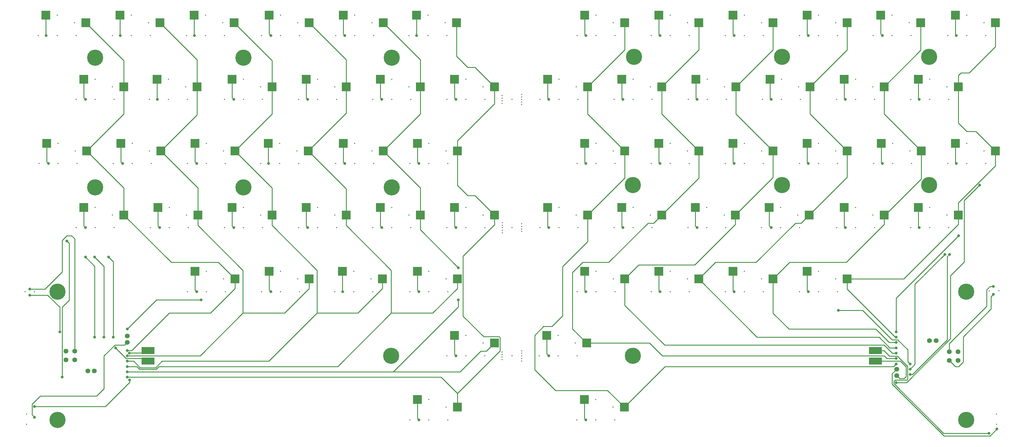
<source format=gbl>
%TF.GenerationSoftware,KiCad,Pcbnew,7.0.9*%
%TF.CreationDate,2023-12-25T02:24:28+05:30*%
%TF.ProjectId,HiveKB,48697665-4b42-42e6-9b69-6361645f7063,rev?*%
%TF.SameCoordinates,Original*%
%TF.FileFunction,Copper,L2,Bot*%
%TF.FilePolarity,Positive*%
%FSLAX46Y46*%
G04 Gerber Fmt 4.6, Leading zero omitted, Abs format (unit mm)*
G04 Created by KiCad (PCBNEW 7.0.9) date 2023-12-25 02:24:28*
%MOMM*%
%LPD*%
G01*
G04 APERTURE LIST*
%TA.AperFunction,ComponentPad*%
%ADD10C,4.700000*%
%TD*%
%TA.AperFunction,ComponentPad*%
%ADD11C,1.397000*%
%TD*%
%TA.AperFunction,SMDPad,CuDef*%
%ADD12R,2.600000X2.600000*%
%TD*%
%TA.AperFunction,SMDPad,CuDef*%
%ADD13R,3.800000X2.000000*%
%TD*%
%TA.AperFunction,ViaPad*%
%ADD14C,0.800000*%
%TD*%
%TA.AperFunction,Conductor*%
%ADD15C,0.250000*%
%TD*%
%ADD16C,0.350000*%
G04 APERTURE END LIST*
D10*
%TO.P,,1*%
%TO.N,N/C*%
X256831976Y-122578830D03*
%TD*%
%TO.P,,1*%
%TO.N,N/C*%
X342832104Y-85339710D03*
%TD*%
%TO.P,,1*%
%TO.N,N/C*%
X90031384Y-190850490D03*
%TD*%
%TO.P,,1*%
%TO.N,N/C*%
X300167978Y-85339710D03*
%TD*%
%TO.P,,1*%
%TO.N,N/C*%
X353582120Y-190850550D03*
%TD*%
%TO.P,,1*%
%TO.N,N/C*%
X186906368Y-85646263D03*
%TD*%
%TO.P,,1*%
%TO.N,N/C*%
X256831976Y-172230990D03*
%TD*%
%TO.P,,1*%
%TO.N,N/C*%
X90031384Y-153611370D03*
%TD*%
%TO.P,,1*%
%TO.N,N/C*%
X257167914Y-85339710D03*
%TD*%
%TO.P,,1*%
%TO.N,N/C*%
X143906369Y-85646266D03*
%TD*%
%TO.P,,1*%
%TO.N,N/C*%
X353582120Y-153611430D03*
%TD*%
D11*
%TO.P,U1,15,NFC+*%
%TO.N,unconnected-(U1-NFC+-Pad15)*%
X92407664Y-173431855D03*
%TO.P,U1,16,NFC-*%
%TO.N,unconnected-(U1-NFC--Pad16)*%
X92407664Y-170891855D03*
%TO.P,U1,17,PA31_SWDIO*%
%TO.N,Net-(U1-PA31_SWDIO)*%
X94947664Y-173431855D03*
%TO.P,U1,18,PA30_SWCLK*%
%TO.N,Net-(U1-PA30_SWCLK)*%
X94947664Y-170891855D03*
%TO.P,U1,19,RESET*%
%TO.N,unconnected-(U1-RESET-Pad19)*%
X100662664Y-176606855D03*
%TO.P,U1,20,GND*%
%TO.N,unconnected-(U1-GND-Pad20)*%
X98757664Y-176606855D03*
%TO.P,U1,21,BAT-*%
%TO.N,Net-(SW2-B)*%
X110187664Y-168351855D03*
%TO.P,U1,22,BAT+*%
%TO.N,Net-(BT2-+)*%
X110187664Y-166446855D03*
%TD*%
%TO.P,U2,15,NFC+*%
%TO.N,unconnected-(U2-NFC+-Pad15)*%
X351174388Y-170996925D03*
%TO.P,U2,16,NFC-*%
%TO.N,unconnected-(U2-NFC--Pad16)*%
X351174388Y-173536925D03*
%TO.P,U2,17,PA31_SWDIO*%
%TO.N,Net-(U2-PA31_SWDIO)*%
X348634388Y-170996925D03*
%TO.P,U2,18,PA30_SWCLK*%
%TO.N,Net-(U2-PA30_SWCLK)*%
X348634388Y-173536925D03*
%TO.P,U2,19,RESET*%
%TO.N,unconnected-(U2-RESET-Pad19)*%
X342919388Y-167821925D03*
%TO.P,U2,20,GND*%
%TO.N,unconnected-(U2-GND-Pad20)*%
X344824388Y-167821925D03*
%TO.P,U2,21,BAT-*%
%TO.N,Net-(SW4-B)*%
X333394388Y-176076925D03*
%TO.P,U2,22,BAT+*%
%TO.N,Net-(BT4-+)*%
X333394388Y-177981925D03*
%TD*%
D10*
%TO.P,,1*%
%TO.N,N/C*%
X100906370Y-85646263D03*
%TD*%
%TO.P,,1*%
%TO.N,N/C*%
X342832104Y-122578830D03*
%TD*%
%TO.P,,1*%
%TO.N,N/C*%
X186781528Y-172230930D03*
%TD*%
%TO.P,,1*%
%TO.N,N/C*%
X143906367Y-123273338D03*
%TD*%
%TO.P,,1*%
%TO.N,N/C*%
X186906367Y-123273339D03*
%TD*%
%TO.P,,1*%
%TO.N,N/C*%
X300167978Y-122578830D03*
%TD*%
%TO.P,,1*%
%TO.N,N/C*%
X100906369Y-123273339D03*
%TD*%
D12*
%TO.P,S23,1*%
%TO.N,COL5_L*%
X195206367Y-131291777D03*
%TO.P,S23,2*%
%TO.N,Net-(D23-A)*%
X183606367Y-129091777D03*
%TD*%
%TO.P,S54,1*%
%TO.N,COL6_R*%
X351256608Y-131291814D03*
%TO.P,S54,2*%
%TO.N,Net-(D54-A)*%
X339656608Y-129091814D03*
%TD*%
D13*
%TO.P,BT4,1,+*%
%TO.N,Net-(BT4-+)*%
X327203612Y-173782560D03*
%TD*%
D12*
%TO.P,S29,1*%
%TO.N,COL5_L*%
X216706370Y-168530875D03*
%TO.P,S29,2*%
%TO.N,Net-(D29-A)*%
X205106370Y-166330875D03*
%TD*%
%TO.P,S37,1*%
%TO.N,COL1_R*%
X243756608Y-94052718D03*
%TO.P,S37,2*%
%TO.N,Net-(D37-A)*%
X232156608Y-91852718D03*
%TD*%
%TO.P,S39,1*%
%TO.N,COL3_R*%
X286756608Y-94052718D03*
%TO.P,S39,2*%
%TO.N,Net-(D39-A)*%
X275156608Y-91852718D03*
%TD*%
%TO.P,S36,1*%
%TO.N,COL6_R*%
X362006608Y-75433170D03*
%TO.P,S36,2*%
%TO.N,Net-(D36-A)*%
X350406608Y-73233170D03*
%TD*%
%TO.P,S38,1*%
%TO.N,COL2_R*%
X265256608Y-94052718D03*
%TO.P,S38,2*%
%TO.N,Net-(D38-A)*%
X253656608Y-91852718D03*
%TD*%
%TO.P,S34,1*%
%TO.N,COL4_R*%
X319006608Y-75433170D03*
%TO.P,S34,2*%
%TO.N,Net-(D34-A)*%
X307406608Y-73233170D03*
%TD*%
%TO.P,S50,1*%
%TO.N,COL2_R*%
X265256608Y-131291814D03*
%TO.P,S50,2*%
%TO.N,Net-(D50-A)*%
X253656608Y-129091814D03*
%TD*%
%TO.P,S47,1*%
%TO.N,COL5_R*%
X340506608Y-112672266D03*
%TO.P,S47,2*%
%TO.N,Net-(D47-A)*%
X328906608Y-110472266D03*
%TD*%
%TO.P,S19,1*%
%TO.N,COL1_L*%
X109206369Y-131291777D03*
%TO.P,S19,2*%
%TO.N,Net-(D19-A)*%
X97606369Y-129091777D03*
%TD*%
%TO.P,S60,1*%
%TO.N,COL6_R*%
X319006608Y-149911362D03*
%TO.P,S60,2*%
%TO.N,Net-(D60-A)*%
X307406608Y-147711362D03*
%TD*%
%TO.P,S6,1*%
%TO.N,COL6_L*%
X205706370Y-75433172D03*
%TO.P,S6,2*%
%TO.N,Net-(D6-A)*%
X194106370Y-73233172D03*
%TD*%
%TO.P,S4,1*%
%TO.N,COL4_L*%
X162956370Y-75433172D03*
%TO.P,S4,2*%
%TO.N,Net-(D4-A)*%
X151356370Y-73233172D03*
%TD*%
%TO.P,S17,1*%
%TO.N,COL5_L*%
X184456371Y-112672174D03*
%TO.P,S17,2*%
%TO.N,Net-(D17-A)*%
X172856371Y-110472174D03*
%TD*%
%TO.P,S24,1*%
%TO.N,COL6_L*%
X216706371Y-131291776D03*
%TO.P,S24,2*%
%TO.N,Net-(D24-A)*%
X205106371Y-129091776D03*
%TD*%
%TO.P,S31,1*%
%TO.N,COL1_R*%
X254506608Y-75433170D03*
%TO.P,S31,2*%
%TO.N,Net-(D31-A)*%
X242906608Y-73233170D03*
%TD*%
%TO.P,S53,1*%
%TO.N,COL5_R*%
X329756608Y-131291814D03*
%TO.P,S53,2*%
%TO.N,Net-(D53-A)*%
X318156608Y-129091814D03*
%TD*%
%TO.P,S46,1*%
%TO.N,COL4_R*%
X319006608Y-112672266D03*
%TO.P,S46,2*%
%TO.N,Net-(D46-A)*%
X307406608Y-110472266D03*
%TD*%
%TO.P,S35,1*%
%TO.N,COL5_R*%
X340381608Y-75433170D03*
%TO.P,S35,2*%
%TO.N,Net-(D35-A)*%
X328781608Y-73233170D03*
%TD*%
%TO.P,S14,1*%
%TO.N,COL2_L*%
X119956375Y-112672174D03*
%TO.P,S14,2*%
%TO.N,Net-(D14-A)*%
X108356375Y-110472174D03*
%TD*%
%TO.P,S16,1*%
%TO.N,COL4_L*%
X162706375Y-112672174D03*
%TO.P,S16,2*%
%TO.N,Net-(D16-A)*%
X151106375Y-110472174D03*
%TD*%
%TO.P,S33,1*%
%TO.N,COL3_R*%
X297506608Y-75433170D03*
%TO.P,S33,2*%
%TO.N,Net-(D33-A)*%
X285906608Y-73233170D03*
%TD*%
%TO.P,S1,1*%
%TO.N,COL1_L*%
X98206372Y-75433175D03*
%TO.P,S1,2*%
%TO.N,Net-(D1-A)*%
X86606372Y-73233175D03*
%TD*%
%TO.P,S22,1*%
%TO.N,COL4_L*%
X173706369Y-131291776D03*
%TO.P,S22,2*%
%TO.N,Net-(D22-A)*%
X162106369Y-129091776D03*
%TD*%
%TO.P,S11,1*%
%TO.N,COL5_L*%
X195206372Y-94052672D03*
%TO.P,S11,2*%
%TO.N,Net-(D11-A)*%
X183606372Y-91852672D03*
%TD*%
%TO.P,S13,1*%
%TO.N,COL1_L*%
X98456374Y-112672172D03*
%TO.P,S13,2*%
%TO.N,Net-(D13-A)*%
X86856374Y-110472172D03*
%TD*%
%TO.P,S25,1*%
%TO.N,COL1_L*%
X141456369Y-149911279D03*
%TO.P,S25,2*%
%TO.N,Net-(D25-A)*%
X129856369Y-147711279D03*
%TD*%
%TO.P,S43,1*%
%TO.N,COL1_R*%
X254506608Y-112672266D03*
%TO.P,S43,2*%
%TO.N,Net-(D43-A)*%
X242906608Y-110472266D03*
%TD*%
%TO.P,S3,1*%
%TO.N,COL3_L*%
X141206373Y-75433174D03*
%TO.P,S3,2*%
%TO.N,Net-(D3-A)*%
X129606373Y-73233174D03*
%TD*%
%TO.P,S51,1*%
%TO.N,COL3_R*%
X286631608Y-131291814D03*
%TO.P,S51,2*%
%TO.N,Net-(D51-A)*%
X275031608Y-129091814D03*
%TD*%
%TO.P,S9,1*%
%TO.N,COL3_L*%
X152206369Y-94052676D03*
%TO.P,S9,2*%
%TO.N,Net-(D9-A)*%
X140606369Y-91852676D03*
%TD*%
%TO.P,S41,1*%
%TO.N,COL5_R*%
X329756608Y-94052718D03*
%TO.P,S41,2*%
%TO.N,Net-(D41-A)*%
X318156608Y-91852718D03*
%TD*%
%TO.P,S52,1*%
%TO.N,COL4_R*%
X308006608Y-131291814D03*
%TO.P,S52,2*%
%TO.N,Net-(D52-A)*%
X296406608Y-129091814D03*
%TD*%
%TO.P,S20,1*%
%TO.N,COL2_L*%
X130706367Y-131291772D03*
%TO.P,S20,2*%
%TO.N,Net-(D20-A)*%
X119106367Y-129091772D03*
%TD*%
%TO.P,S26,1*%
%TO.N,COL2_L*%
X162956369Y-149911278D03*
%TO.P,S26,2*%
%TO.N,Net-(D26-A)*%
X151356369Y-147711278D03*
%TD*%
%TO.P,S5,1*%
%TO.N,COL5_L*%
X184456370Y-75433175D03*
%TO.P,S5,2*%
%TO.N,Net-(D5-A)*%
X172856370Y-73233175D03*
%TD*%
%TO.P,S12,1*%
%TO.N,COL6_L*%
X216706368Y-94052675D03*
%TO.P,S12,2*%
%TO.N,Net-(D12-A)*%
X205106368Y-91852675D03*
%TD*%
%TO.P,S45,1*%
%TO.N,COL3_R*%
X297506608Y-112672266D03*
%TO.P,S45,2*%
%TO.N,Net-(D45-A)*%
X285906608Y-110472266D03*
%TD*%
%TO.P,S40,1*%
%TO.N,COL4_R*%
X308256608Y-94052718D03*
%TO.P,S40,2*%
%TO.N,Net-(D40-A)*%
X296656608Y-91852718D03*
%TD*%
%TO.P,S57,1*%
%TO.N,COL3_R*%
X254506608Y-149911362D03*
%TO.P,S57,2*%
%TO.N,Net-(D57-A)*%
X242906608Y-147711362D03*
%TD*%
D13*
%TO.P,BT2,1,+*%
%TO.N,Net-(BT2-+)*%
X116234548Y-173782560D03*
%TD*%
D12*
%TO.P,S59,1*%
%TO.N,COL5_R*%
X297506608Y-149911362D03*
%TO.P,S59,2*%
%TO.N,Net-(D59-A)*%
X285906608Y-147711362D03*
%TD*%
%TO.P,S56,1*%
%TO.N,COL2_R*%
X243506608Y-168530910D03*
%TO.P,S56,2*%
%TO.N,Net-(D56-A)*%
X231906608Y-166330910D03*
%TD*%
D13*
%TO.P,BT1,1,+*%
%TO.N,Net-(BT1-+)*%
X116234548Y-170679300D03*
%TD*%
D12*
%TO.P,S42,1*%
%TO.N,COL6_R*%
X351256608Y-94052718D03*
%TO.P,S42,2*%
%TO.N,Net-(D42-A)*%
X339656608Y-91852718D03*
%TD*%
%TO.P,S18,1*%
%TO.N,COL6_L*%
X205956371Y-112672170D03*
%TO.P,S18,2*%
%TO.N,Net-(D18-A)*%
X194356371Y-110472170D03*
%TD*%
%TO.P,S48,1*%
%TO.N,COL6_R*%
X362006608Y-112672266D03*
%TO.P,S48,2*%
%TO.N,Net-(D48-A)*%
X350406608Y-110472266D03*
%TD*%
%TO.P,S28,1*%
%TO.N,COL4_L*%
X205956369Y-149911273D03*
%TO.P,S28,2*%
%TO.N,Net-(D28-A)*%
X194356369Y-147711273D03*
%TD*%
%TO.P,S15,1*%
%TO.N,COL3_L*%
X141456370Y-112672175D03*
%TO.P,S15,2*%
%TO.N,Net-(D15-A)*%
X129856370Y-110472175D03*
%TD*%
%TO.P,S30,1*%
%TO.N,COL6_L*%
X205956368Y-187150373D03*
%TO.P,S30,2*%
%TO.N,Net-(D30-A)*%
X194356368Y-184950373D03*
%TD*%
D13*
%TO.P,BT3,1,+*%
%TO.N,Net-(BT3-+)*%
X327203612Y-170679300D03*
%TD*%
D12*
%TO.P,S44,1*%
%TO.N,COL2_R*%
X276006608Y-112672266D03*
%TO.P,S44,2*%
%TO.N,Net-(D44-A)*%
X264406608Y-110472266D03*
%TD*%
%TO.P,S21,1*%
%TO.N,COL3_L*%
X152206369Y-131291778D03*
%TO.P,S21,2*%
%TO.N,Net-(D21-A)*%
X140606369Y-129091778D03*
%TD*%
%TO.P,S7,1*%
%TO.N,COL1_L*%
X109206371Y-94052675D03*
%TO.P,S7,2*%
%TO.N,Net-(D7-A)*%
X97606371Y-91852675D03*
%TD*%
%TO.P,S10,1*%
%TO.N,COL4_L*%
X173706372Y-94052675D03*
%TO.P,S10,2*%
%TO.N,Net-(D10-A)*%
X162106372Y-91852675D03*
%TD*%
%TO.P,S32,1*%
%TO.N,COL2_R*%
X276006608Y-75433170D03*
%TO.P,S32,2*%
%TO.N,Net-(D32-A)*%
X264406608Y-73233170D03*
%TD*%
%TO.P,S27,1*%
%TO.N,COL3_L*%
X184206369Y-149911279D03*
%TO.P,S27,2*%
%TO.N,Net-(D27-A)*%
X172606369Y-147711279D03*
%TD*%
%TO.P,S2,1*%
%TO.N,COL2_L*%
X119706372Y-75433172D03*
%TO.P,S2,2*%
%TO.N,Net-(D2-A)*%
X108106372Y-73233172D03*
%TD*%
%TO.P,S55,1*%
%TO.N,COL1_R*%
X254381608Y-187150458D03*
%TO.P,S55,2*%
%TO.N,Net-(D55-A)*%
X242781608Y-184950458D03*
%TD*%
%TO.P,S58,1*%
%TO.N,COL4_R*%
X276006608Y-149911362D03*
%TO.P,S58,2*%
%TO.N,Net-(D58-A)*%
X264406608Y-147711362D03*
%TD*%
%TO.P,S49,1*%
%TO.N,COL1_R*%
X243756608Y-131291814D03*
%TO.P,S49,2*%
%TO.N,Net-(D49-A)*%
X232156608Y-129091814D03*
%TD*%
%TO.P,S8,1*%
%TO.N,COL2_L*%
X130456371Y-94052670D03*
%TO.P,S8,2*%
%TO.N,Net-(D8-A)*%
X118856371Y-91852670D03*
%TD*%
D14*
%TO.N,Net-(D1-A)*%
X86672004Y-79133130D03*
%TO.N,Net-(D3-A)*%
X129672068Y-79133130D03*
%TO.N,Net-(D5-A)*%
X173344008Y-79133130D03*
%TO.N,Net-(D11-A)*%
X184094024Y-97752690D03*
%TO.N,Net-(D13-A)*%
X87343880Y-116372250D03*
%TO.N,Net-(D15-A)*%
X130343944Y-116372250D03*
%TO.N,Net-(D17-A)*%
X173344008Y-116372250D03*
%TO.N,Net-(D19-A)*%
X98093896Y-134991810D03*
%TO.N,Net-(D21-A)*%
X141093960Y-134991810D03*
%TO.N,Net-(D23-A)*%
X184094024Y-134991810D03*
%TO.N,Net-(D25-A)*%
X130343944Y-153611370D03*
%TO.N,Net-(D27-A)*%
X172672132Y-153611370D03*
%TO.N,Net-(D29-A)*%
X205594056Y-172230930D03*
%TO.N,Net-(D7-A)*%
X98093896Y-97752690D03*
%TO.N,Net-(D10-A)*%
X162593992Y-97752690D03*
%TO.N,Net-(D2-A)*%
X108172036Y-79133130D03*
%TO.N,Net-(D4-A)*%
X151843976Y-79133130D03*
%TO.N,Net-(D6-A)*%
X194172164Y-79133130D03*
%TO.N,Net-(D8-A)*%
X118922052Y-97752690D03*
%TO.N,Net-(D9-A)*%
X141093960Y-97752690D03*
%TO.N,Net-(D12-A)*%
X205594056Y-97752690D03*
%TO.N,Net-(D14-A)*%
X108843912Y-116372250D03*
%TO.N,Net-(D16-A)*%
X151172100Y-116372250D03*
%TO.N,Net-(D18-A)*%
X194844040Y-116372250D03*
%TO.N,Net-(D20-A)*%
X119593928Y-134991810D03*
%TO.N,Net-(D22-A)*%
X162593992Y-134991810D03*
%TO.N,Net-(D24-A)*%
X205594056Y-134991810D03*
%TO.N,Net-(D26-A)*%
X151843976Y-153611370D03*
%TO.N,Net-(D28-A)*%
X194844040Y-153611370D03*
%TO.N,Net-(D30-A)*%
X194844040Y-190850490D03*
%TO.N,ROW1_L*%
X92718888Y-138870885D03*
X91375136Y-178437450D03*
%TO.N,ROW2_L*%
X100781400Y-166800225D03*
X98093896Y-143525775D03*
%TO.N,ROW3_L*%
X100781400Y-143525775D03*
X103468904Y-166800225D03*
%TO.N,ROW4_L*%
X106156408Y-166800225D03*
X104812656Y-143525775D03*
%TO.N,ROW5_L*%
X110187664Y-164472780D03*
X131687696Y-155938815D03*
%TO.N,COL1_L*%
X110187664Y-170679300D03*
%TO.N,COL2_L*%
X110187664Y-172230930D03*
%TO.N,COL3_L*%
X110187664Y-173782560D03*
%TO.N,COL4_L*%
X110187664Y-175334190D03*
%TO.N,COL5_L*%
X206265932Y-155938815D03*
X206265932Y-146629035D03*
X110187664Y-176885820D03*
%TO.N,COL6_L*%
X110187664Y-178437450D03*
%TO.N,Net-(BT3-+)*%
X360125536Y-194729565D03*
%TO.N,ROW1_R*%
X351391148Y-137319255D03*
X333250496Y-165248595D03*
%TO.N,Net-(D31-A)*%
X243219112Y-79133130D03*
%TO.N,Net-(D32-A)*%
X264719144Y-79133130D03*
%TO.N,Net-(D33-A)*%
X286219176Y-79133130D03*
%TO.N,Net-(D34-A)*%
X307719208Y-79133130D03*
%TO.N,Net-(D35-A)*%
X329219240Y-79133130D03*
%TO.N,Net-(D36-A)*%
X350719272Y-79133130D03*
%TO.N,ROW2_R*%
X357460348Y-122601086D03*
X333250496Y-179989080D03*
%TO.N,Net-(D37-A)*%
X232469096Y-97752690D03*
%TO.N,Net-(D38-A)*%
X253969128Y-97752690D03*
%TO.N,Net-(D39-A)*%
X275469160Y-97752690D03*
%TO.N,Net-(D40-A)*%
X296969192Y-97752690D03*
%TO.N,Net-(D41-A)*%
X318469224Y-97752690D03*
%TO.N,Net-(D42-A)*%
X339969256Y-97752690D03*
%TO.N,ROW3_R*%
X337281752Y-177661635D03*
X348703644Y-142749960D03*
%TO.N,Net-(D43-A)*%
X243219112Y-116372250D03*
%TO.N,Net-(D44-A)*%
X264719144Y-116372250D03*
%TO.N,Net-(D45-A)*%
X286219176Y-116372250D03*
%TO.N,Net-(D46-A)*%
X307719208Y-116372250D03*
%TO.N,Net-(D47-A)*%
X329219240Y-116372250D03*
%TO.N,Net-(D48-A)*%
X350719272Y-116372250D03*
%TO.N,ROW4_R*%
X337281752Y-176110005D03*
X347359892Y-142749960D03*
%TO.N,Net-(D49-A)*%
X232469096Y-134991810D03*
%TO.N,Net-(D50-A)*%
X253969128Y-134991810D03*
%TO.N,Net-(D51-A)*%
X275469160Y-134991810D03*
%TO.N,Net-(D52-A)*%
X296969192Y-134991810D03*
%TO.N,Net-(D53-A)*%
X318469224Y-134991810D03*
%TO.N,Net-(D54-A)*%
X339969256Y-134991810D03*
%TO.N,ROW5_R*%
X337281752Y-174558375D03*
X316453596Y-159042075D03*
%TO.N,Net-(D55-A)*%
X243219112Y-190850490D03*
%TO.N,Net-(D56-A)*%
X232469096Y-172230930D03*
%TO.N,Net-(D57-A)*%
X243219112Y-153611370D03*
%TO.N,Net-(D58-A)*%
X264719144Y-153611370D03*
%TO.N,Net-(D59-A)*%
X286219176Y-153611370D03*
%TO.N,Net-(D60-A)*%
X307719208Y-153611370D03*
%TO.N,COL1_R*%
X333250496Y-174558375D03*
%TO.N,COL2_R*%
X333250496Y-173006745D03*
%TO.N,COL3_R*%
X333250496Y-171455115D03*
%TO.N,COL4_R*%
X333250496Y-169903485D03*
%TO.N,COL5_R*%
X333250496Y-168351855D03*
%TO.N,COL6_R*%
X333250496Y-166800225D03*
%TO.N,Net-(U2-PA31_SWDIO)*%
X361469288Y-152059740D03*
%TO.N,Net-(SW4-B)*%
X362485414Y-193505561D03*
%TO.N,Net-(U2-PA30_SWCLK)*%
X361469288Y-154387185D03*
%TO.N,Net-(U1-PA31_SWDIO)*%
X90650636Y-165248595D03*
X81968872Y-154610873D03*
%TO.N,Net-(U1-PA30_SWCLK)*%
X81968872Y-152835555D03*
%TO.N,Net-(BT1-+)*%
X83312624Y-186971415D03*
X110912664Y-179213265D03*
X110859540Y-171455115D03*
%TO.N,Net-(SW2-B)*%
X83312624Y-190074675D03*
%TO.N,Net-(BT2-+)*%
X106828284Y-169903485D03*
%TD*%
D15*
%TO.N,Net-(D1-A)*%
X86606372Y-73233175D02*
X86606372Y-79067498D01*
X86606372Y-79067498D02*
X86672004Y-79133130D01*
%TO.N,Net-(D3-A)*%
X129606373Y-79067435D02*
X129672068Y-79133130D01*
X129606373Y-73233174D02*
X129606373Y-79067435D01*
%TO.N,Net-(D5-A)*%
X172856370Y-73233175D02*
X172856370Y-78645492D01*
X172856370Y-78645492D02*
X173344008Y-79133130D01*
%TO.N,Net-(D11-A)*%
X183606372Y-91852672D02*
X183606372Y-97265038D01*
X183606372Y-97265038D02*
X184094024Y-97752690D01*
%TO.N,Net-(D13-A)*%
X86856374Y-115884744D02*
X87343880Y-116372250D01*
X86856374Y-110472172D02*
X86856374Y-115884744D01*
%TO.N,Net-(D15-A)*%
X129856370Y-115884676D02*
X130343944Y-116372250D01*
X129856370Y-110472175D02*
X129856370Y-115884676D01*
%TO.N,Net-(D17-A)*%
X172856371Y-110472174D02*
X172856371Y-115884613D01*
X172856371Y-115884613D02*
X173344008Y-116372250D01*
%TO.N,Net-(D19-A)*%
X97606369Y-134504283D02*
X98093896Y-134991810D01*
X97606369Y-129091777D02*
X97606369Y-134504283D01*
%TO.N,Net-(D21-A)*%
X140606369Y-129091778D02*
X140606369Y-134504219D01*
X140606369Y-134504219D02*
X141093960Y-134991810D01*
%TO.N,Net-(D23-A)*%
X183606367Y-129091777D02*
X183606367Y-134504153D01*
X183606367Y-134504153D02*
X184094024Y-134991810D01*
%TO.N,Net-(D25-A)*%
X129856369Y-153123795D02*
X130343944Y-153611370D01*
X129856369Y-147711279D02*
X129856369Y-153123795D01*
%TO.N,Net-(D27-A)*%
X172606369Y-147711279D02*
X172606369Y-153545607D01*
X172606369Y-153545607D02*
X172672132Y-153611370D01*
%TO.N,Net-(D29-A)*%
X205106370Y-166330875D02*
X205106370Y-171743244D01*
X205106370Y-171743244D02*
X205594056Y-172230930D01*
%TO.N,Net-(D7-A)*%
X97606371Y-91852675D02*
X97606371Y-97265165D01*
X97606371Y-97265165D02*
X98093896Y-97752690D01*
%TO.N,Net-(D10-A)*%
X162106372Y-91852675D02*
X162106372Y-97265070D01*
X162106372Y-97265070D02*
X162593992Y-97752690D01*
%TO.N,Net-(D2-A)*%
X108106372Y-79067466D02*
X108172036Y-79133130D01*
X108106372Y-73233172D02*
X108106372Y-79067466D01*
%TO.N,Net-(D4-A)*%
X151356370Y-78645524D02*
X151843976Y-79133130D01*
X151356370Y-73233172D02*
X151356370Y-78645524D01*
%TO.N,Net-(D6-A)*%
X194106370Y-73233172D02*
X194106370Y-79067336D01*
X194106370Y-79067336D02*
X194172164Y-79133130D01*
%TO.N,Net-(D8-A)*%
X118856371Y-91852670D02*
X118856371Y-97687009D01*
X118856371Y-97687009D02*
X118922052Y-97752690D01*
%TO.N,Net-(D9-A)*%
X140606369Y-91852676D02*
X140606369Y-97265099D01*
X140606369Y-97265099D02*
X141093960Y-97752690D01*
%TO.N,Net-(D12-A)*%
X205106368Y-97265002D02*
X205594056Y-97752690D01*
X205106368Y-91852675D02*
X205106368Y-97265002D01*
%TO.N,Net-(D14-A)*%
X108356375Y-110472174D02*
X108356375Y-115884713D01*
X108356375Y-115884713D02*
X108843912Y-116372250D01*
%TO.N,Net-(D16-A)*%
X151106375Y-116306525D02*
X151172100Y-116372250D01*
X151106375Y-110472174D02*
X151106375Y-116306525D01*
%TO.N,Net-(D18-A)*%
X194356371Y-110472170D02*
X194356371Y-115884581D01*
X194356371Y-115884581D02*
X194844040Y-116372250D01*
%TO.N,Net-(D20-A)*%
X119106367Y-129091772D02*
X119106367Y-134504249D01*
X119106367Y-134504249D02*
X119593928Y-134991810D01*
%TO.N,Net-(D22-A)*%
X162106369Y-129091776D02*
X162106369Y-134504187D01*
X162106369Y-134504187D02*
X162593992Y-134991810D01*
%TO.N,Net-(D24-A)*%
X205106371Y-129091776D02*
X205106371Y-134504125D01*
X205106371Y-134504125D02*
X205594056Y-134991810D01*
%TO.N,Net-(D26-A)*%
X151356369Y-147711278D02*
X151356369Y-153123763D01*
X151356369Y-153123763D02*
X151843976Y-153611370D01*
%TO.N,Net-(D28-A)*%
X194356369Y-147711273D02*
X194356369Y-153123699D01*
X194356369Y-153123699D02*
X194844040Y-153611370D01*
%TO.N,Net-(D30-A)*%
X194356368Y-190362818D02*
X194844040Y-190850490D01*
X194356368Y-184950373D02*
X194356368Y-190362818D01*
%TO.N,ROW1_L*%
X91375136Y-158058382D02*
X93390764Y-156042754D01*
X91375136Y-178437450D02*
X91375136Y-158058382D01*
X93390764Y-156042754D02*
X93390764Y-139542761D01*
X93390764Y-139542761D02*
X92718888Y-138870885D01*
%TO.N,ROW2_L*%
X100781400Y-166800225D02*
X100781400Y-146213279D01*
X100781400Y-146213279D02*
X98093896Y-143525775D01*
%TO.N,ROW3_L*%
X103468904Y-146213279D02*
X100781400Y-143525775D01*
X103468904Y-166800225D02*
X103468904Y-146213279D01*
%TO.N,ROW4_L*%
X106156408Y-144869527D02*
X104812656Y-143525775D01*
X106156408Y-166800225D02*
X106156408Y-144869527D01*
%TO.N,ROW5_L*%
X110187664Y-164472780D02*
X118721629Y-155938815D01*
X118721629Y-155938815D02*
X131687696Y-155938815D01*
%TO.N,COL1_L*%
X109206371Y-101922175D02*
X98456374Y-112672172D01*
X122991997Y-145077405D02*
X109206369Y-131291777D01*
X111523962Y-170679300D02*
X110187664Y-170679300D01*
X109206371Y-86433174D02*
X109206371Y-94052675D01*
X122385372Y-159817890D02*
X111523962Y-170679300D01*
X141456369Y-149911279D02*
X136622495Y-145077405D01*
X109206371Y-94052675D02*
X109206371Y-101922175D01*
X109206369Y-123422167D02*
X109206369Y-131291777D01*
X134323591Y-159817890D02*
X122385372Y-159817890D01*
X98206372Y-75433175D02*
X109206371Y-86433174D01*
X141456369Y-149911279D02*
X141456369Y-152685112D01*
X141456369Y-152685112D02*
X134323591Y-159817890D01*
X136622495Y-145077405D02*
X122991997Y-145077405D01*
X98456374Y-112672172D02*
X109206369Y-123422167D01*
%TO.N,COL2_L*%
X130456371Y-86183171D02*
X119706372Y-75433172D01*
X162956369Y-152685111D02*
X155823590Y-159817890D01*
X143781464Y-147404850D02*
X130706367Y-134329753D01*
X131368424Y-172230930D02*
X143781464Y-159817890D01*
X130706367Y-123422166D02*
X119956375Y-112672174D01*
X155823590Y-159817890D02*
X143781464Y-159817890D01*
X130456371Y-94052670D02*
X130456371Y-86183171D01*
X130706367Y-134329753D02*
X130706367Y-131291772D01*
X119956375Y-112672174D02*
X130456371Y-102172178D01*
X130456371Y-102172178D02*
X130456371Y-94052670D01*
X131368424Y-172230930D02*
X110187664Y-172230930D01*
X130706367Y-131291772D02*
X130706367Y-123422166D01*
X162956369Y-149911278D02*
X162956369Y-152685111D01*
X143781464Y-159817890D02*
X143781464Y-147404850D01*
%TO.N,COL3_L*%
X118430952Y-175660005D02*
X113976798Y-175660005D01*
X184206369Y-149911279D02*
X184206369Y-152685112D01*
X165281496Y-159817890D02*
X151316826Y-173782560D01*
X112099353Y-173782560D02*
X110187664Y-173782560D01*
X177073591Y-159817890D02*
X165281496Y-159817890D01*
X152206369Y-123422174D02*
X152206369Y-131291778D01*
X152206369Y-101922176D02*
X141456370Y-112672175D01*
X113976798Y-175660005D02*
X112099353Y-173782560D01*
X184206369Y-152685112D02*
X177073591Y-159817890D01*
X152206369Y-134329723D02*
X152206369Y-131291778D01*
X141456370Y-112672175D02*
X152206369Y-123422174D01*
X152206369Y-94052676D02*
X152206369Y-101922176D01*
X141206373Y-75433174D02*
X152206369Y-86433170D01*
X151316826Y-173782560D02*
X120308397Y-173782560D01*
X120308397Y-173782560D02*
X118430952Y-175660005D01*
X165281496Y-159817890D02*
X165281496Y-147404850D01*
X165281496Y-147404850D02*
X152206369Y-134329723D01*
X152206369Y-86433170D02*
X152206369Y-94052676D01*
%TO.N,COL4_L*%
X113014587Y-175334190D02*
X110187664Y-175334190D01*
X173706372Y-94052675D02*
X173706372Y-101672177D01*
X205956369Y-149911273D02*
X205956369Y-152685106D01*
X171265228Y-175334190D02*
X119393163Y-175334190D01*
X173706372Y-86183174D02*
X162956370Y-75433172D01*
X119393163Y-175334190D02*
X118617348Y-176110005D01*
X173706372Y-94052675D02*
X173706372Y-86183174D01*
X173706369Y-134329691D02*
X173706369Y-131291776D01*
X186781528Y-147404850D02*
X173706369Y-134329691D01*
X186781528Y-159817890D02*
X171265228Y-175334190D01*
X198823585Y-159817890D02*
X186781528Y-159817890D01*
X205956369Y-152685106D02*
X198823585Y-159817890D01*
X173706369Y-131291776D02*
X173706369Y-123672168D01*
X113790402Y-176110005D02*
X113014587Y-175334190D01*
X118617348Y-176110005D02*
X113790402Y-176110005D01*
X186781528Y-159817890D02*
X186781528Y-147404850D01*
X173706372Y-101672177D02*
X162706375Y-112672174D01*
X173706369Y-123672168D02*
X162706375Y-112672174D01*
%TO.N,COL5_L*%
X187342010Y-176885820D02*
X198203420Y-166024410D01*
X195206372Y-101922173D02*
X184456371Y-112672174D01*
X216706370Y-168530875D02*
X214331370Y-170905875D01*
X195206367Y-123422170D02*
X195206367Y-131291777D01*
X195206367Y-135569470D02*
X195206367Y-131291777D01*
X206756629Y-176885820D02*
X187342010Y-176885820D01*
X184456371Y-112672174D02*
X195206367Y-123422170D01*
X187342010Y-176885820D02*
X110187664Y-176885820D01*
X206265932Y-146629035D02*
X195206367Y-135569470D01*
X184456370Y-75433175D02*
X195206372Y-86183177D01*
X212736574Y-170905875D02*
X206756629Y-176885820D01*
X195206372Y-94052672D02*
X195206372Y-101922173D01*
X206265932Y-157961898D02*
X206265932Y-155938815D01*
X195206372Y-86183177D02*
X195206372Y-94052672D01*
X214331370Y-170905875D02*
X212736574Y-170905875D01*
X198203420Y-166024410D02*
X206265932Y-157961898D01*
%TO.N,COL6_L*%
X216706368Y-94052675D02*
X216706368Y-98949479D01*
X207581369Y-160669329D02*
X207581369Y-143255629D01*
X205956368Y-187150373D02*
X205956368Y-183186571D01*
X210705489Y-178437450D02*
X218359700Y-170783239D01*
X208953436Y-125682030D02*
X211096625Y-125682030D01*
X218081370Y-166655875D02*
X213567915Y-166655875D01*
X205956371Y-112672170D02*
X205956371Y-122684965D01*
X201207247Y-178437450D02*
X110187664Y-178437450D01*
X208953436Y-88442910D02*
X211096603Y-88442910D01*
X216706371Y-134130627D02*
X216706371Y-131291776D01*
X205956368Y-183186571D02*
X210705489Y-178437450D01*
X218359700Y-166934205D02*
X218081370Y-166655875D01*
X205706370Y-75433172D02*
X205706370Y-85195844D01*
X205706370Y-85195844D02*
X208953436Y-88442910D01*
X205956371Y-109699476D02*
X205956371Y-112672170D01*
X218359700Y-170783239D02*
X218359700Y-166934205D01*
X216706368Y-98949479D02*
X205956371Y-109699476D01*
X211096603Y-88442910D02*
X216706368Y-94052675D01*
X205956371Y-122684965D02*
X208953436Y-125682030D01*
X205956368Y-183186571D02*
X201207247Y-178437450D01*
X207581369Y-143255629D02*
X216706371Y-134130627D01*
X213567915Y-166655875D02*
X207581369Y-160669329D01*
X211096625Y-125682030D02*
X216706371Y-131291776D01*
%TO.N,Net-(BT3-+)*%
X336351183Y-179264080D02*
X332950191Y-179264080D01*
X336556752Y-175287696D02*
X336556752Y-179058511D01*
X346965676Y-194729565D02*
X360125536Y-194729565D01*
X332525496Y-179688775D02*
X332525496Y-180289385D01*
X329683238Y-170679300D02*
X331285683Y-172281745D01*
X332950191Y-179264080D02*
X332525496Y-179688775D01*
X336556752Y-179058511D02*
X336351183Y-179264080D01*
X332525496Y-180289385D02*
X346965676Y-194729565D01*
X331285683Y-172281745D02*
X333550801Y-172281745D01*
X333550801Y-172281745D02*
X336556752Y-175287696D01*
X327203612Y-170679300D02*
X329683238Y-170679300D01*
%TO.N,Net-(BT4-+)*%
X336106752Y-178268698D02*
X335561370Y-178814080D01*
X335561370Y-178814080D02*
X334226543Y-178814080D01*
X327203612Y-173782560D02*
X334415220Y-173782560D01*
X334415220Y-173782560D02*
X336106752Y-175474092D01*
X334226543Y-178814080D02*
X333394388Y-177981925D01*
X336106752Y-175474092D02*
X336106752Y-178268698D01*
%TO.N,ROW1_R*%
X333250496Y-155459907D02*
X351391148Y-137319255D01*
X333250496Y-165248595D02*
X333250496Y-155459907D01*
%TO.N,Net-(D31-A)*%
X242906608Y-73233170D02*
X242906608Y-78820626D01*
X242906608Y-78820626D02*
X243219112Y-79133130D01*
%TO.N,Net-(D32-A)*%
X264406608Y-78820594D02*
X264719144Y-79133130D01*
X264406608Y-73233170D02*
X264406608Y-78820594D01*
%TO.N,Net-(D33-A)*%
X285906608Y-78820562D02*
X286219176Y-79133130D01*
X285906608Y-73233170D02*
X285906608Y-78820562D01*
%TO.N,Net-(D34-A)*%
X307406608Y-78820530D02*
X307719208Y-79133130D01*
X307406608Y-73233170D02*
X307406608Y-78820530D01*
%TO.N,Net-(D35-A)*%
X328781608Y-78695498D02*
X329219240Y-79133130D01*
X328781608Y-73233170D02*
X328781608Y-78695498D01*
%TO.N,Net-(D36-A)*%
X350406608Y-78820466D02*
X350719272Y-79133130D01*
X350406608Y-73233170D02*
X350406608Y-78820466D01*
%TO.N,ROW2_R*%
X336262579Y-179989080D02*
X349003949Y-167247710D01*
X333250496Y-179989080D02*
X336262579Y-179989080D01*
X357448141Y-122588879D02*
X357460348Y-122601086D01*
X349003949Y-148956480D02*
X352977008Y-144983421D01*
X352977008Y-127060011D02*
X357448141Y-122588879D01*
X352977008Y-144983421D02*
X352977008Y-127060011D01*
X349003949Y-167247710D02*
X349003949Y-148956480D01*
%TO.N,Net-(D37-A)*%
X232156608Y-91852718D02*
X232156608Y-97440202D01*
X232156608Y-97440202D02*
X232469096Y-97752690D01*
%TO.N,Net-(D38-A)*%
X253656608Y-97440170D02*
X253969128Y-97752690D01*
X253656608Y-91852718D02*
X253656608Y-97440170D01*
%TO.N,Net-(D39-A)*%
X275156608Y-97440138D02*
X275469160Y-97752690D01*
X275156608Y-91852718D02*
X275156608Y-97440138D01*
%TO.N,Net-(D40-A)*%
X296656608Y-97440106D02*
X296969192Y-97752690D01*
X296656608Y-91852718D02*
X296656608Y-97440106D01*
%TO.N,Net-(D41-A)*%
X318156608Y-91852718D02*
X318156608Y-97440074D01*
X318156608Y-97440074D02*
X318469224Y-97752690D01*
%TO.N,Net-(D42-A)*%
X339656608Y-91852718D02*
X339656608Y-97440042D01*
X339656608Y-97440042D02*
X339969256Y-97752690D01*
%TO.N,ROW3_R*%
X348084892Y-167530371D02*
X348084892Y-143368712D01*
X337953628Y-177661635D02*
X348084892Y-167530371D01*
X337281752Y-177661635D02*
X337953628Y-177661635D01*
X348084892Y-143368712D02*
X348703644Y-142749960D01*
%TO.N,Net-(D43-A)*%
X242906608Y-110472266D02*
X242906608Y-116059746D01*
X242906608Y-116059746D02*
X243219112Y-116372250D01*
%TO.N,Net-(D44-A)*%
X264406608Y-116059714D02*
X264719144Y-116372250D01*
X264406608Y-110472266D02*
X264406608Y-116059714D01*
%TO.N,Net-(D45-A)*%
X285906608Y-110472266D02*
X285906608Y-116059682D01*
X285906608Y-116059682D02*
X286219176Y-116372250D01*
%TO.N,Net-(D46-A)*%
X307406608Y-116059650D02*
X307719208Y-116372250D01*
X307406608Y-110472266D02*
X307406608Y-116059650D01*
%TO.N,Net-(D47-A)*%
X328906608Y-116059618D02*
X329219240Y-116372250D01*
X328906608Y-110472266D02*
X328906608Y-116059618D01*
%TO.N,Net-(D48-A)*%
X350406608Y-110472266D02*
X350406608Y-116059586D01*
X350406608Y-116059586D02*
X350719272Y-116372250D01*
%TO.N,ROW4_R*%
X338678628Y-174713129D02*
X338678628Y-151431224D01*
X338678628Y-151431224D02*
X347359892Y-142749960D01*
X337281752Y-176110005D02*
X338678628Y-174713129D01*
%TO.N,Net-(D49-A)*%
X232156608Y-129091814D02*
X232156608Y-134679322D01*
X232156608Y-134679322D02*
X232469096Y-134991810D01*
%TO.N,Net-(D50-A)*%
X253656608Y-134679290D02*
X253969128Y-134991810D01*
X253656608Y-129091814D02*
X253656608Y-134679290D01*
%TO.N,Net-(D51-A)*%
X275031608Y-134554258D02*
X275469160Y-134991810D01*
X275031608Y-129091814D02*
X275031608Y-134554258D01*
%TO.N,Net-(D52-A)*%
X296406608Y-129091814D02*
X296406608Y-134429226D01*
X296406608Y-134429226D02*
X296969192Y-134991810D01*
%TO.N,Net-(D53-A)*%
X318156608Y-134679194D02*
X318469224Y-134991810D01*
X318156608Y-129091814D02*
X318156608Y-134679194D01*
%TO.N,Net-(D54-A)*%
X339656608Y-129091814D02*
X339656608Y-134679162D01*
X339656608Y-134679162D02*
X339969256Y-134991810D01*
%TO.N,ROW5_R*%
X336609876Y-173886499D02*
X336609876Y-170471422D01*
X336609876Y-170471422D02*
X333663679Y-167525225D01*
X337281752Y-174558375D02*
X336609876Y-173886499D01*
X332015565Y-167525225D02*
X323532415Y-159042075D01*
X333663679Y-167525225D02*
X332015565Y-167525225D01*
X323532415Y-159042075D02*
X316453596Y-159042075D01*
%TO.N,Net-(D55-A)*%
X242781608Y-190412986D02*
X243219112Y-190850490D01*
X242781608Y-184950458D02*
X242781608Y-190412986D01*
%TO.N,Net-(D56-A)*%
X231906608Y-171668442D02*
X232469096Y-172230930D01*
X231906608Y-166330910D02*
X231906608Y-171668442D01*
%TO.N,Net-(D57-A)*%
X242906608Y-147711362D02*
X242906608Y-153298866D01*
X242906608Y-153298866D02*
X243219112Y-153611370D01*
%TO.N,Net-(D58-A)*%
X264406608Y-153298834D02*
X264719144Y-153611370D01*
X264406608Y-147711362D02*
X264406608Y-153298834D01*
%TO.N,Net-(D59-A)*%
X285906608Y-153298802D02*
X286219176Y-153611370D01*
X285906608Y-147711362D02*
X285906608Y-153298802D01*
%TO.N,Net-(D60-A)*%
X307406608Y-153298770D02*
X307719208Y-153611370D01*
X307406608Y-147711362D02*
X307406608Y-153298770D01*
%TO.N,COL1_R*%
X249547675Y-182316525D02*
X254381608Y-187150458D01*
X234436482Y-182316525D02*
X249547675Y-182316525D01*
X243756608Y-94052718D02*
X243756608Y-101922266D01*
X236500352Y-146309313D02*
X236500352Y-160593705D01*
X243756608Y-101922266D02*
X254506608Y-112672266D01*
X228381608Y-176261651D02*
X234436482Y-182316525D01*
X254506608Y-75433170D02*
X254506608Y-83302718D01*
X243756608Y-131291814D02*
X243756608Y-139053057D01*
X254506608Y-112672266D02*
X254506608Y-120541814D01*
X228381608Y-166288520D02*
X228381608Y-176261651D01*
X254506608Y-83302718D02*
X243756608Y-94052718D01*
X332474681Y-175334190D02*
X266197876Y-175334190D01*
X333250496Y-174558375D02*
X332474681Y-175334190D01*
X243756608Y-139053057D02*
X236500352Y-146309313D01*
X230973163Y-163696965D02*
X228381608Y-166288520D01*
X254506608Y-120541814D02*
X243756608Y-131291814D01*
X233397092Y-163696965D02*
X230973163Y-163696965D01*
X266197876Y-175334190D02*
X254381608Y-187150458D01*
X236500352Y-160593705D02*
X233397092Y-163696965D01*
%TO.N,COL2_R*%
X276006608Y-120541814D02*
X265256608Y-131291814D01*
X239381608Y-164405910D02*
X243506608Y-168530910D01*
X276006608Y-83302718D02*
X265256608Y-94052718D01*
X276006608Y-112672266D02*
X276006608Y-120541814D01*
X265256608Y-94052718D02*
X265256608Y-101922266D01*
X265391020Y-172230930D02*
X261691000Y-168530910D01*
X333250496Y-173006745D02*
X330562992Y-173006745D01*
X249876221Y-145077405D02*
X242290565Y-145077405D01*
X329787177Y-172230930D02*
X265391020Y-172230930D01*
X239381608Y-147986362D02*
X239381608Y-164405910D01*
X265256608Y-101922266D02*
X276006608Y-112672266D01*
X242290565Y-145077405D02*
X239381608Y-147986362D01*
X262881608Y-133666814D02*
X261286812Y-133666814D01*
X265256608Y-131291814D02*
X262881608Y-133666814D01*
X330562992Y-173006745D02*
X329787177Y-172230930D01*
X261691000Y-168530910D02*
X243506608Y-168530910D01*
X261286812Y-133666814D02*
X249876221Y-145077405D01*
X276006608Y-75433170D02*
X276006608Y-83302718D01*
%TO.N,COL3_R*%
X297506608Y-75433170D02*
X297506608Y-83302718D01*
X266062896Y-169127670D02*
X254506608Y-157571382D01*
X297506608Y-83302718D02*
X286756608Y-94052718D01*
X254506608Y-157571382D02*
X254506608Y-149911362D01*
X332114622Y-171455115D02*
X329787177Y-169127670D01*
X297506608Y-120416814D02*
X286631608Y-131291814D01*
X274860893Y-145836362D02*
X258581608Y-145836362D01*
X286631608Y-134065647D02*
X274860893Y-145836362D01*
X286756608Y-94052718D02*
X286756608Y-101922266D01*
X333250496Y-171455115D02*
X332114622Y-171455115D01*
X329787177Y-169127670D02*
X266062896Y-169127670D01*
X286756608Y-101922266D02*
X297506608Y-112672266D01*
X258581608Y-145836362D02*
X254506608Y-149911362D01*
X297506608Y-112672266D02*
X297506608Y-120416814D01*
X286631608Y-131291814D02*
X286631608Y-134065647D01*
%TO.N,COL4_R*%
X305631608Y-133666814D02*
X304036812Y-133666814D01*
X304036812Y-133666814D02*
X292626221Y-145077405D01*
X319006608Y-83302718D02*
X308256608Y-94052718D01*
X292895471Y-166800225D02*
X276006608Y-149911362D01*
X308006608Y-131291814D02*
X305631608Y-133666814D01*
X319006608Y-75433170D02*
X319006608Y-83302718D01*
X333250496Y-169903485D02*
X331408516Y-169903485D01*
X280840565Y-145077405D02*
X276006608Y-149911362D01*
X331408516Y-169903485D02*
X328305256Y-166800225D01*
X292626221Y-145077405D02*
X280840565Y-145077405D01*
X319006608Y-112672266D02*
X319006608Y-120291814D01*
X328305256Y-166800225D02*
X292895471Y-166800225D01*
X308256608Y-94052718D02*
X308256608Y-101922266D01*
X308256608Y-101922266D02*
X319006608Y-112672266D01*
X319006608Y-120291814D02*
X308006608Y-131291814D01*
%TO.N,COL5_R*%
X330016399Y-131291814D02*
X329756608Y-131291814D01*
X329756608Y-101922266D02*
X340506608Y-112672266D01*
X327355793Y-164472780D02*
X302136322Y-164472780D01*
X302136322Y-164472780D02*
X297506608Y-159843066D01*
X318744850Y-145077405D02*
X302340565Y-145077405D01*
X340506608Y-112672266D02*
X340506608Y-120801605D01*
X297506608Y-159843066D02*
X297506608Y-149911362D01*
X329756608Y-94052718D02*
X329756608Y-101922266D01*
X302340565Y-145077405D02*
X297506608Y-149911362D01*
X329756608Y-131291814D02*
X329756608Y-134065647D01*
X340506608Y-120801605D02*
X330016399Y-131291814D01*
X340381608Y-83427718D02*
X329756608Y-94052718D01*
X333250496Y-168351855D02*
X331234868Y-168351855D01*
X331234868Y-168351855D02*
X327355793Y-164472780D01*
X340381608Y-75433170D02*
X340381608Y-83427718D01*
X329756608Y-134065647D02*
X318744850Y-145077405D01*
%TO.N,COL6_R*%
X351256608Y-131291814D02*
X351256608Y-134065647D01*
X351256608Y-94052718D02*
X351256608Y-104600485D01*
X335410893Y-149911362D02*
X319006608Y-149911362D01*
X319006608Y-152860699D02*
X319006608Y-149911362D01*
X352063024Y-89994540D02*
X351256608Y-90800956D01*
X351256608Y-134065647D02*
X335410893Y-149911362D01*
X333250496Y-166800225D02*
X332946134Y-166800225D01*
X354390469Y-89994540D02*
X352063024Y-89994540D01*
X351256608Y-90800956D02*
X351256608Y-94052718D01*
X362006608Y-75433170D02*
X362006608Y-82378401D01*
X351256608Y-104600485D02*
X353718593Y-107062470D01*
X362006608Y-82378401D02*
X354390469Y-89994540D01*
X356396812Y-107062470D02*
X362006608Y-112672266D01*
X362006608Y-112672266D02*
X362006608Y-117030228D01*
X351256608Y-127780228D02*
X351256608Y-131291814D01*
X332946134Y-166800225D02*
X319006608Y-152860699D01*
X353718593Y-107062470D02*
X356396812Y-107062470D01*
X362006608Y-117030228D02*
X351256608Y-127780228D01*
%TO.N,Net-(U2-PA31_SWDIO)*%
X359522413Y-157789206D02*
X348634388Y-168677231D01*
X348634388Y-168677231D02*
X348634388Y-170996925D01*
X361469288Y-152059740D02*
X360465828Y-152059740D01*
X360465828Y-152059740D02*
X359522413Y-153003155D01*
X359522413Y-153003155D02*
X359522413Y-157789206D01*
%TO.N,Net-(SW4-B)*%
X332075496Y-177395817D02*
X333394388Y-176076925D01*
X362485414Y-193505561D02*
X360485595Y-195505380D01*
X332075496Y-180475781D02*
X332075496Y-177395817D01*
X360485595Y-195505380D02*
X347105095Y-195505380D01*
X347105095Y-195505380D02*
X332075496Y-180475781D01*
%TO.N,Net-(U2-PA30_SWCLK)*%
X360797412Y-158619061D02*
X352734900Y-166681573D01*
X351391828Y-175334190D02*
X350431653Y-175334190D01*
X352734900Y-166681573D02*
X352734900Y-173991118D01*
X361469288Y-154387185D02*
X360797412Y-155059061D01*
X352734900Y-173991118D02*
X351391828Y-175334190D01*
X350431653Y-175334190D02*
X348634388Y-173536925D01*
X360797412Y-155059061D02*
X360797412Y-158619061D01*
%TO.N,Net-(U1-PA31_SWDIO)*%
X81968872Y-154610873D02*
X87151812Y-154610873D01*
X87151812Y-154610873D02*
X90650636Y-158109697D01*
X90650636Y-158109697D02*
X90650636Y-165248595D01*
%TO.N,Net-(U1-PA30_SWCLK)*%
X94062640Y-137319255D02*
X94947664Y-138204279D01*
X81968872Y-152835555D02*
X86360187Y-152835555D01*
X91375136Y-138663007D02*
X92718888Y-137319255D01*
X92718888Y-137319255D02*
X94062640Y-137319255D01*
X91375136Y-147820606D02*
X91375136Y-138663007D01*
X94947664Y-138204279D02*
X94947664Y-170891855D01*
X86360187Y-152835555D02*
X91375136Y-147820606D01*
%TO.N,Net-(BT1-+)*%
X110912664Y-179213265D02*
X110912664Y-179935956D01*
X115509548Y-171404300D02*
X110910355Y-171404300D01*
X103877205Y-186971415D02*
X83312624Y-186971415D01*
X110910355Y-171404300D02*
X110859540Y-171455115D01*
X116234548Y-170679300D02*
X115509548Y-171404300D01*
X110912664Y-179935956D02*
X103877205Y-186971415D01*
%TO.N,Net-(SW2-B)*%
X82587624Y-189349675D02*
X82587624Y-186248724D01*
X83312624Y-190074675D02*
X82587624Y-189349675D01*
X103468904Y-172237560D02*
X106656109Y-169050355D01*
X82587624Y-186248724D02*
X84968193Y-183868155D01*
X101349337Y-183868155D02*
X103468904Y-181748588D01*
X106656109Y-169050355D02*
X109489164Y-169050355D01*
X103468904Y-181748588D02*
X103468904Y-172237560D01*
X84968193Y-183868155D02*
X101349337Y-183868155D01*
X109489164Y-169050355D02*
X110187664Y-168351855D01*
%TO.N,Net-(BT2-+)*%
X116234548Y-173782560D02*
X115407918Y-172955930D01*
X109880729Y-172955930D02*
X106828284Y-169903485D01*
X115407918Y-172955930D02*
X109880729Y-172955930D01*
%TD*%
D16*
X86672004Y-79133130D03*
X129672068Y-79133130D03*
X173344008Y-79133130D03*
X184094024Y-97752690D03*
X87343880Y-116372250D03*
X130343944Y-116372250D03*
X173344008Y-116372250D03*
X98093896Y-134991810D03*
X141093960Y-134991810D03*
X184094024Y-134991810D03*
X130343944Y-153611370D03*
X172672132Y-153611370D03*
X205594056Y-172230930D03*
X98093896Y-97752690D03*
X162593992Y-97752690D03*
X108172036Y-79133130D03*
X151843976Y-79133130D03*
X194172164Y-79133130D03*
X118922052Y-97752690D03*
X141093960Y-97752690D03*
X205594056Y-97752690D03*
X108843912Y-116372250D03*
X151172100Y-116372250D03*
X194844040Y-116372250D03*
X119593928Y-134991810D03*
X162593992Y-134991810D03*
X205594056Y-134991810D03*
X151843976Y-153611370D03*
X194844040Y-153611370D03*
X194844040Y-190850490D03*
X92718888Y-138870885D03*
X91375136Y-178437450D03*
X100781400Y-166800225D03*
X98093896Y-143525775D03*
X100781400Y-143525775D03*
X103468904Y-166800225D03*
X106156408Y-166800225D03*
X104812656Y-143525775D03*
X110187664Y-164472780D03*
X131687696Y-155938815D03*
X110187664Y-170679300D03*
X110187664Y-172230930D03*
X110187664Y-173782560D03*
X110187664Y-175334190D03*
X206265932Y-155938815D03*
X206265932Y-146629035D03*
X110187664Y-176885820D03*
X110187664Y-178437450D03*
X360125536Y-194729565D03*
X351391148Y-137319255D03*
X333250496Y-165248595D03*
X243219112Y-79133130D03*
X264719144Y-79133130D03*
X286219176Y-79133130D03*
X307719208Y-79133130D03*
X329219240Y-79133130D03*
X350719272Y-79133130D03*
X357460348Y-122601086D03*
X333250496Y-179989080D03*
X232469096Y-97752690D03*
X253969128Y-97752690D03*
X275469160Y-97752690D03*
X296969192Y-97752690D03*
X318469224Y-97752690D03*
X339969256Y-97752690D03*
X337281752Y-177661635D03*
X348703644Y-142749960D03*
X243219112Y-116372250D03*
X264719144Y-116372250D03*
X286219176Y-116372250D03*
X307719208Y-116372250D03*
X329219240Y-116372250D03*
X350719272Y-116372250D03*
X337281752Y-176110005D03*
X347359892Y-142749960D03*
X232469096Y-134991810D03*
X253969128Y-134991810D03*
X275469160Y-134991810D03*
X296969192Y-134991810D03*
X318469224Y-134991810D03*
X339969256Y-134991810D03*
X337281752Y-174558375D03*
X316453596Y-159042075D03*
X243219112Y-190850490D03*
X232469096Y-172230930D03*
X243219112Y-153611370D03*
X264719144Y-153611370D03*
X286219176Y-153611370D03*
X307719208Y-153611370D03*
X333250496Y-174558375D03*
X333250496Y-173006745D03*
X333250496Y-171455115D03*
X333250496Y-169903485D03*
X333250496Y-168351855D03*
X333250496Y-166800225D03*
X361469288Y-152059740D03*
X362485414Y-193505561D03*
X361469288Y-154387185D03*
X90650636Y-165248595D03*
X81968872Y-154610873D03*
X81968872Y-152835555D03*
X83312624Y-186971415D03*
X110912664Y-179213265D03*
X110859540Y-171455115D03*
X83312624Y-190074675D03*
X106828284Y-169903485D03*
X219031576Y-133511810D03*
X219031576Y-134251810D03*
X219031576Y-134991810D03*
X219031576Y-135731810D03*
X219031576Y-136471810D03*
X221831576Y-134991810D03*
X224631576Y-133881810D03*
X224631576Y-134621810D03*
X224631576Y-135361810D03*
X224631576Y-136101810D03*
X256831976Y-122578830D03*
X342832104Y-85339710D03*
X90031384Y-190850490D03*
X300167978Y-85339710D03*
X353582120Y-190850550D03*
X186906368Y-85646263D03*
X256831976Y-172230990D03*
X90031384Y-153611370D03*
X257167914Y-85339710D03*
X143906369Y-85646266D03*
X353582120Y-153611430D03*
X92407664Y-173431855D03*
X92407664Y-170891855D03*
X94947664Y-173431855D03*
X94947664Y-170891855D03*
X100662664Y-176606855D03*
X98757664Y-176606855D03*
X110187664Y-168351855D03*
X110187664Y-166446855D03*
X351174388Y-170996925D03*
X351174388Y-173536925D03*
X348634388Y-170996925D03*
X348634388Y-173536925D03*
X342919388Y-167821925D03*
X344824388Y-167821925D03*
X333394388Y-176076925D03*
X333394388Y-177981925D03*
X100906370Y-85646263D03*
X342832104Y-122578830D03*
X80562624Y-153611370D03*
X83312624Y-153611370D03*
X81053244Y-189121415D03*
X81053244Y-192121415D03*
X224581576Y-173710930D03*
X224581576Y-172970930D03*
X224581576Y-172230930D03*
X224581576Y-171490930D03*
X224581576Y-170750930D03*
X221781576Y-172230930D03*
X218981576Y-173340930D03*
X218981576Y-172600930D03*
X218981576Y-171860930D03*
X218981576Y-171120930D03*
X362384916Y-192121415D03*
X362384916Y-189121415D03*
X186781528Y-172230930D03*
X363022413Y-153313815D03*
X360272413Y-153313815D03*
X143906367Y-123273338D03*
X186906367Y-123273339D03*
X300167978Y-122578830D03*
X224581576Y-99232690D03*
X224581576Y-98492690D03*
X224581576Y-97752690D03*
X224581576Y-97012690D03*
X224581576Y-96272690D03*
X221781576Y-97752690D03*
X218981576Y-98862690D03*
X218981576Y-98122690D03*
X218981576Y-97382690D03*
X218981576Y-96642690D03*
X100906369Y-123273339D03*
X181406367Y-134991777D03*
X186906367Y-129091777D03*
X186906367Y-134991777D03*
X191906367Y-131291777D03*
X192406367Y-134991777D03*
X337456608Y-134991814D03*
X342956608Y-129091814D03*
X342956608Y-134991814D03*
X347956608Y-131291814D03*
X348456608Y-134991814D03*
X202906370Y-172230875D03*
X208406370Y-166330875D03*
X208406370Y-172230875D03*
X213406370Y-168530875D03*
X213906370Y-172230875D03*
X229956608Y-97752718D03*
X235456608Y-91852718D03*
X235456608Y-97752718D03*
X240456608Y-94052718D03*
X240956608Y-97752718D03*
X272956608Y-97752718D03*
X278456608Y-91852718D03*
X278456608Y-97752718D03*
X283456608Y-94052718D03*
X283956608Y-97752718D03*
X348206608Y-79133170D03*
X353706608Y-73233170D03*
X353706608Y-79133170D03*
X358706608Y-75433170D03*
X359206608Y-79133170D03*
X251456608Y-97752718D03*
X256956608Y-91852718D03*
X256956608Y-97752718D03*
X261956608Y-94052718D03*
X262456608Y-97752718D03*
X305206608Y-79133170D03*
X310706608Y-73233170D03*
X310706608Y-79133170D03*
X315706608Y-75433170D03*
X316206608Y-79133170D03*
X251456608Y-134991814D03*
X256956608Y-129091814D03*
X256956608Y-134991814D03*
X261956608Y-131291814D03*
X262456608Y-134991814D03*
X326706608Y-116372266D03*
X332206608Y-110472266D03*
X332206608Y-116372266D03*
X337206608Y-112672266D03*
X337706608Y-116372266D03*
X95406369Y-134991777D03*
X100906369Y-129091777D03*
X100906369Y-134991777D03*
X105906369Y-131291777D03*
X106406369Y-134991777D03*
X305206608Y-153611362D03*
X310706608Y-147711362D03*
X310706608Y-153611362D03*
X315706608Y-149911362D03*
X316206608Y-153611362D03*
X191906370Y-79133172D03*
X197406370Y-73233172D03*
X197406370Y-79133172D03*
X202406370Y-75433172D03*
X202906370Y-79133172D03*
X149156370Y-79133172D03*
X154656370Y-73233172D03*
X154656370Y-79133172D03*
X159656370Y-75433172D03*
X160156370Y-79133172D03*
X170656371Y-116372174D03*
X176156371Y-110472174D03*
X176156371Y-116372174D03*
X181156371Y-112672174D03*
X181656371Y-116372174D03*
X202906371Y-134991776D03*
X208406371Y-129091776D03*
X208406371Y-134991776D03*
X213406371Y-131291776D03*
X213906371Y-134991776D03*
X240706608Y-79133170D03*
X246206608Y-73233170D03*
X246206608Y-79133170D03*
X251206608Y-75433170D03*
X251706608Y-79133170D03*
X315956608Y-134991814D03*
X321456608Y-129091814D03*
X321456608Y-134991814D03*
X326456608Y-131291814D03*
X326956608Y-134991814D03*
X305206608Y-116372266D03*
X310706608Y-110472266D03*
X310706608Y-116372266D03*
X315706608Y-112672266D03*
X316206608Y-116372266D03*
X326581608Y-79133170D03*
X332081608Y-73233170D03*
X332081608Y-79133170D03*
X337081608Y-75433170D03*
X337581608Y-79133170D03*
X106156375Y-116372174D03*
X111656375Y-110472174D03*
X111656375Y-116372174D03*
X116656375Y-112672174D03*
X117156375Y-116372174D03*
X148906375Y-116372174D03*
X154406375Y-110472174D03*
X154406375Y-116372174D03*
X159406375Y-112672174D03*
X159906375Y-116372174D03*
X283706608Y-79133170D03*
X289206608Y-73233170D03*
X289206608Y-79133170D03*
X294206608Y-75433170D03*
X294706608Y-79133170D03*
X84406372Y-79133175D03*
X89906372Y-73233175D03*
X89906372Y-79133175D03*
X94906372Y-75433175D03*
X95406372Y-79133175D03*
X159906369Y-134991776D03*
X165406369Y-129091776D03*
X165406369Y-134991776D03*
X170406369Y-131291776D03*
X170906369Y-134991776D03*
X181406372Y-97752672D03*
X186906372Y-91852672D03*
X186906372Y-97752672D03*
X191906372Y-94052672D03*
X192406372Y-97752672D03*
X84656374Y-116372172D03*
X90156374Y-110472172D03*
X90156374Y-116372172D03*
X95156374Y-112672172D03*
X95656374Y-116372172D03*
X127656369Y-153611279D03*
X133156369Y-147711279D03*
X133156369Y-153611279D03*
X138156369Y-149911279D03*
X138656369Y-153611279D03*
X240706608Y-116372266D03*
X246206608Y-110472266D03*
X246206608Y-116372266D03*
X251206608Y-112672266D03*
X251706608Y-116372266D03*
X127406373Y-79133174D03*
X132906373Y-73233174D03*
X132906373Y-79133174D03*
X137906373Y-75433174D03*
X138406373Y-79133174D03*
X272831608Y-134991814D03*
X278331608Y-129091814D03*
X278331608Y-134991814D03*
X283331608Y-131291814D03*
X283831608Y-134991814D03*
X138406369Y-97752676D03*
X143906369Y-91852676D03*
X143906369Y-97752676D03*
X148906369Y-94052676D03*
X149406369Y-97752676D03*
X315956608Y-97752718D03*
X321456608Y-91852718D03*
X321456608Y-97752718D03*
X326456608Y-94052718D03*
X326956608Y-97752718D03*
X294206608Y-134991814D03*
X299706608Y-129091814D03*
X299706608Y-134991814D03*
X304706608Y-131291814D03*
X305206608Y-134991814D03*
X116906367Y-134991772D03*
X122406367Y-129091772D03*
X122406367Y-134991772D03*
X127406367Y-131291772D03*
X127906367Y-134991772D03*
X149156369Y-153611278D03*
X154656369Y-147711278D03*
X154656369Y-153611278D03*
X159656369Y-149911278D03*
X160156369Y-153611278D03*
X170656370Y-79133175D03*
X176156370Y-73233175D03*
X176156370Y-79133175D03*
X181156370Y-75433175D03*
X181656370Y-79133175D03*
X202906368Y-97752675D03*
X208406368Y-91852675D03*
X208406368Y-97752675D03*
X213406368Y-94052675D03*
X213906368Y-97752675D03*
X283706608Y-116372266D03*
X289206608Y-110472266D03*
X289206608Y-116372266D03*
X294206608Y-112672266D03*
X294706608Y-116372266D03*
X294456608Y-97752718D03*
X299956608Y-91852718D03*
X299956608Y-97752718D03*
X304956608Y-94052718D03*
X305456608Y-97752718D03*
X240706608Y-153611362D03*
X246206608Y-147711362D03*
X246206608Y-153611362D03*
X251206608Y-149911362D03*
X251706608Y-153611362D03*
X283706608Y-153611362D03*
X289206608Y-147711362D03*
X289206608Y-153611362D03*
X294206608Y-149911362D03*
X294706608Y-153611362D03*
X229706608Y-172230910D03*
X235206608Y-166330910D03*
X235206608Y-172230910D03*
X240206608Y-168530910D03*
X240706608Y-172230910D03*
X337456608Y-97752718D03*
X342956608Y-91852718D03*
X342956608Y-97752718D03*
X347956608Y-94052718D03*
X348456608Y-97752718D03*
X192156371Y-116372170D03*
X197656371Y-110472170D03*
X197656371Y-116372170D03*
X202656371Y-112672170D03*
X203156371Y-116372170D03*
X348206608Y-116372266D03*
X353706608Y-110472266D03*
X353706608Y-116372266D03*
X358706608Y-112672266D03*
X359206608Y-116372266D03*
X192156369Y-153611273D03*
X197656369Y-147711273D03*
X197656369Y-153611273D03*
X202656369Y-149911273D03*
X203156369Y-153611273D03*
X127656370Y-116372175D03*
X133156370Y-110472175D03*
X133156370Y-116372175D03*
X138156370Y-112672175D03*
X138656370Y-116372175D03*
X192156368Y-190850373D03*
X197656368Y-184950373D03*
X197656368Y-190850373D03*
X202656368Y-187150373D03*
X203156368Y-190850373D03*
X262206608Y-116372266D03*
X267706608Y-110472266D03*
X267706608Y-116372266D03*
X272706608Y-112672266D03*
X273206608Y-116372266D03*
X138406369Y-134991778D03*
X143906369Y-129091778D03*
X143906369Y-134991778D03*
X148906369Y-131291778D03*
X149406369Y-134991778D03*
X95406371Y-97752675D03*
X100906371Y-91852675D03*
X100906371Y-97752675D03*
X105906371Y-94052675D03*
X106406371Y-97752675D03*
X159906372Y-97752675D03*
X165406372Y-91852675D03*
X165406372Y-97752675D03*
X170406372Y-94052675D03*
X170906372Y-97752675D03*
X262206608Y-79133170D03*
X267706608Y-73233170D03*
X267706608Y-79133170D03*
X272706608Y-75433170D03*
X273206608Y-79133170D03*
X170406369Y-153611279D03*
X175906369Y-147711279D03*
X175906369Y-153611279D03*
X180906369Y-149911279D03*
X181406369Y-153611279D03*
X105906372Y-79133172D03*
X111406372Y-73233172D03*
X111406372Y-79133172D03*
X116406372Y-75433172D03*
X116906372Y-79133172D03*
X240581608Y-190850458D03*
X246081608Y-184950458D03*
X246081608Y-190850458D03*
X251081608Y-187150458D03*
X251581608Y-190850458D03*
X262206608Y-153611362D03*
X267706608Y-147711362D03*
X267706608Y-153611362D03*
X272706608Y-149911362D03*
X273206608Y-153611362D03*
X229956608Y-134991814D03*
X235456608Y-129091814D03*
X235456608Y-134991814D03*
X240456608Y-131291814D03*
X240956608Y-134991814D03*
X116656371Y-97752670D03*
X122156371Y-91852670D03*
X122156371Y-97752670D03*
X127156371Y-94052670D03*
X127656371Y-97752670D03*
M02*

</source>
